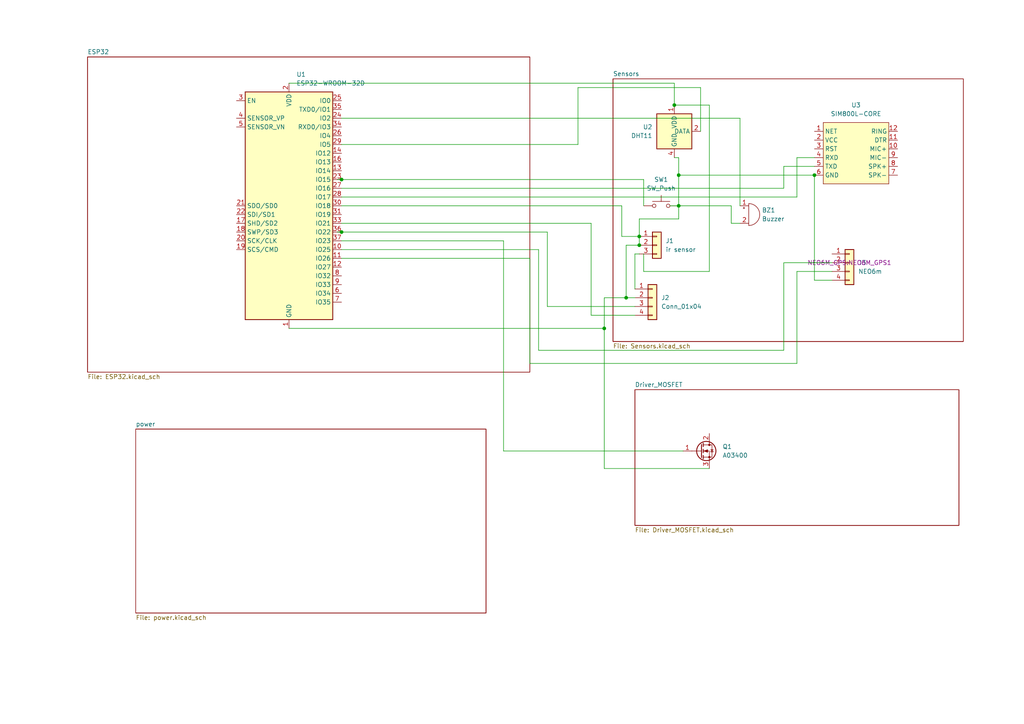
<source format=kicad_sch>
(kicad_sch (version 20250114) (generator "eeschema") (generator_version "9.0")
  (paper "A4")
  (lib_symbols
    (symbol "Connector_Generic:Conn_01x03" (pin_names (offset 1.016) (hide yes))
      (property "Reference" "J" (at 0 5.08 0))
      (property "Value" "Conn_01x03" (at 0 -5.08 0))
      (symbol "Conn_01x03_1_1"
        (rectangle (start -1.27 3.81) (end 1.27 -3.81) (stroke (width 0.254)) (fill (type background)))
        (rectangle (start -1.27 2.667) (end 0 2.413) (stroke (width 0.1524)))
        (rectangle (start -1.27 0.127) (end 0 -0.127) (stroke (width 0.1524)))
        (rectangle (start -1.27 -2.413) (end 0 -2.667) (stroke (width 0.1524)))
        (pin passive line (at -5.08 2.54 0) (length 3.81) (name "Pin_1") (number "1"))
        (pin passive line (at -5.08 0 0) (length 3.81) (name "Pin_2") (number "2"))
        (pin passive line (at -5.08 -2.54 0) (length 3.81) (name "Pin_3") (number "3"))
      )
    )
    (symbol "Connector_Generic:Conn_01x04" (pin_names (offset 1.016) (hide yes))
      (property "Reference" "J" (at 0 5.08 0))
      (property "Value" "Conn_01x04" (at 0 -7.62 0))
      (symbol "Conn_01x04_1_1"
        (rectangle (start -1.27 3.81) (end 1.27 -6.35) (stroke (width 0.254)) (fill (type background)))
        (rectangle (start -1.27 2.667) (end 0 2.413) (stroke (width 0.1524)))
        (rectangle (start -1.27 0.127) (end 0 -0.127) (stroke (width 0.1524)))
        (rectangle (start -1.27 -2.413) (end 0 -2.667) (stroke (width 0.1524)))
        (rectangle (start -1.27 -4.953) (end 0 -5.207) (stroke (width 0.1524)))
        (pin passive line (at -5.08 2.54 0) (length 3.81) (name "Pin_1") (number "1"))
        (pin passive line (at -5.08 0 0) (length 3.81) (name "Pin_2") (number "2"))
        (pin passive line (at -5.08 -2.54 0) (length 3.81) (name "Pin_3") (number "3"))
        (pin passive line (at -5.08 -5.08 0) (length 3.81) (name "Pin_4") (number "4"))
      )
    )
    (symbol "Device:Buzzer" (pin_names (offset 0.0254) (hide yes))
      (property "Reference" "BZ" (at 3.81 1.27 0))
      (property "Value" "Buzzer" (at 3.81 -1.27 0))
      (symbol "Buzzer_0_1"
        (polyline (pts (xy -1.651 1.905) (xy -1.143 1.905)))
        (polyline (pts (xy -1.397 2.159) (xy -1.397 1.651)))
        (arc (start 0 3.175) (mid 3.1612 0) (end 0 -3.175))
        (polyline (pts (xy 0 3.175) (xy 0 -3.175)))
      )
      (symbol "Buzzer_1_1"
        (pin passive line (at -2.54 2.54 0) (length 2.54) (name "+") (number "1"))
        (pin passive line (at -2.54 -2.54 0) (length 2.54) (name "-") (number "2"))
      )
    )
    (symbol "RF_Module:ESP32-WROOM-32D"
      (property "Reference" "U" (at -12.7 34.29 0))
      (property "Value" "ESP32-WROOM-32D" (at 1.27 34.29 0))
      (symbol "ESP32-WROOM-32D_0_1"
        (rectangle (start -12.7 33.02) (end 12.7 -33.02) (stroke (width 0.254)) (fill (type background)))
      )
      (symbol "ESP32-WROOM-32D_1_1"
        (pin input line (at -15.24 30.48 0) (length 2.54) (name "EN") (number "3"))
        (pin input line (at -15.24 25.4 0) (length 2.54) (name "SENSOR_VP") (number "4"))
        (pin input line (at -15.24 22.86 0) (length 2.54) (name "SENSOR_VN") (number "5"))
        (pin bidirectional line (at -15.24 0 0) (length 2.54) (name "SDO/SD0") (number "21"))
        (pin bidirectional line (at -15.24 -2.54 0) (length 2.54) (name "SDI/SD1") (number "22"))
        (pin bidirectional line (at -15.24 -5.08 0) (length 2.54) (name "SHD/SD2") (number "17"))
        (pin bidirectional line (at -15.24 -7.62 0) (length 2.54) (name "SWP/SD3") (number "18"))
        (pin bidirectional line (at -15.24 -10.16 0) (length 2.54) (name "SCK/CLK") (number "20"))
        (pin bidirectional line (at -15.24 -12.7 0) (length 2.54) (name "SCS/CMD") (number "19"))
        (pin no_connect line (at -12.7 -27.94 0) (length 2.54) (hide yes) (name "NC") (number "32"))
        (pin power_in line (at 0 35.56 270) (length 2.54) (name "VDD") (number "2"))
        (pin power_in line (at 0 -35.56 90) (length 2.54) (name "GND") (number "1"))
        (pin passive line (at 0 -35.56 90) (length 2.54) (hide yes) (name "GND") (number "15"))
        (pin passive line (at 0 -35.56 90) (length 2.54) (hide yes) (name "GND") (number "38"))
        (pin passive line (at 0 -35.56 90) (length 2.54) (hide yes) (name "GND") (number "39"))
        (pin bidirectional line (at 15.24 30.48 180) (length 2.54) (name "IO0") (number "25"))
        (pin bidirectional line (at 15.24 27.94 180) (length 2.54) (name "TXD0/IO1") (number "35"))
        (pin bidirectional line (at 15.24 25.4 180) (length 2.54) (name "IO2") (number "24"))
        (pin bidirectional line (at 15.24 22.86 180) (length 2.54) (name "RXD0/IO3") (number "34"))
        (pin bidirectional line (at 15.24 20.32 180) (length 2.54) (name "IO4") (number "26"))
        (pin bidirectional line (at 15.24 17.78 180) (length 2.54) (name "IO5") (number "29"))
        (pin bidirectional line (at 15.24 15.24 180) (length 2.54) (name "IO12") (number "14"))
        (pin bidirectional line (at 15.24 12.7 180) (length 2.54) (name "IO13") (number "16"))
        (pin bidirectional line (at 15.24 10.16 180) (length 2.54) (name "IO14") (number "13"))
        (pin bidirectional line (at 15.24 7.62 180) (length 2.54) (name "IO15") (number "23"))
        (pin bidirectional line (at 15.24 5.08 180) (length 2.54) (name "IO16") (number "27"))
        (pin bidirectional line (at 15.24 2.54 180) (length 2.54) (name "IO17") (number "28"))
        (pin bidirectional line (at 15.24 0 180) (length 2.54) (name "IO18") (number "30"))
        (pin bidirectional line (at 15.24 -2.54 180) (length 2.54) (name "IO19") (number "31"))
        (pin bidirectional line (at 15.24 -5.08 180) (length 2.54) (name "IO21") (number "33"))
        (pin bidirectional line (at 15.24 -7.62 180) (length 2.54) (name "IO22") (number "36"))
        (pin bidirectional line (at 15.24 -10.16 180) (length 2.54) (name "IO23") (number "37"))
        (pin bidirectional line (at 15.24 -12.7 180) (length 2.54) (name "IO25") (number "10"))
        (pin bidirectional line (at 15.24 -15.24 180) (length 2.54) (name "IO26") (number "11"))
        (pin bidirectional line (at 15.24 -17.78 180) (length 2.54) (name "IO27") (number "12"))
        (pin bidirectional line (at 15.24 -20.32 180) (length 2.54) (name "IO32") (number "8"))
        (pin bidirectional line (at 15.24 -22.86 180) (length 2.54) (name "IO33") (number "9"))
        (pin input line (at 15.24 -25.4 180) (length 2.54) (name "IO34") (number "6"))
        (pin input line (at 15.24 -27.94 180) (length 2.54) (name "IO35") (number "7"))
      )
    )
    (symbol "Sensor:DHT11"
      (property "Reference" "U" (at -3.81 6.35 0))
      (property "Value" "DHT11" (at 3.81 6.35 0))
      (symbol "DHT11_0_1"
        (rectangle (start -5.08 5.08) (end 5.08 -5.08) (stroke (width 0.254)) (fill (type background)))
      )
      (symbol "DHT11_1_1"
        (pin no_connect line (at -5.08 0 0) (length 2.54) (hide yes) (name "NC") (number "3"))
        (pin power_in line (at 0 7.62 270) (length 2.54) (name "VDD") (number "1"))
        (pin power_in line (at 0 -7.62 90) (length 2.54) (name "GND") (number "4"))
        (pin bidirectional line (at 7.62 0 180) (length 2.54) (name "DATA") (number "2"))
      )
    )
    (symbol "Switch:SW_Push" (pin_numbers (hide yes)) (pin_names (offset 1.016) (hide yes))
      (property "Reference" "SW" (at 1.27 2.54 0))
      (property "Value" "SW_Push" (at 0 -1.524 0))
      (symbol "SW_Push_0_1"
        (circle (center -2.032 0) (radius 0.508))
        (polyline (pts (xy 0 1.27) (xy 0 3.048)))
        (circle (center 2.032 0) (radius 0.508))
        (polyline (pts (xy 2.54 1.27) (xy -2.54 1.27)))
        (pin passive line (at -5.08 0 0) (length 2.54) (name "1") (number "1"))
        (pin passive line (at 5.08 0 180) (length 2.54) (name "2") (number "2"))
      )
    )
    (symbol "Transistor_FET:Q_NMOS_GDS" (pin_names (offset 0) (hide yes))
      (property "Reference" "Q" (at 5.08 1.905 0))
      (property "Value" "Q_NMOS_GDS" (at 5.08 0 0))
      (symbol "Q_NMOS_GDS_0_1"
        (polyline (pts (xy 0.254 1.905) (xy 0.254 -1.905)) (stroke (width 0.254)))
        (polyline (pts (xy 0.254 0) (xy -2.54 0)))
        (polyline (pts (xy 0.762 2.286) (xy 0.762 1.27)) (stroke (width 0.254)))
        (polyline (pts (xy 0.762 0.508) (xy 0.762 -0.508)) (stroke (width 0.254)))
        (polyline (pts (xy 0.762 -1.27) (xy 0.762 -2.286)) (stroke (width 0.254)))
        (polyline (pts (xy 0.762 -1.778) (xy 3.302 -1.778) (xy 3.302 1.778) (xy 0.762 1.778)))
        (polyline (pts (xy 1.016 0) (xy 2.032 0.381) (xy 2.032 -0.381) (xy 1.016 0)) (fill (type outline)))
        (circle (center 1.651 0) (radius 2.794) (stroke (width 0.254)))
        (polyline (pts (xy 2.54 2.54) (xy 2.54 1.778)))
        (circle (center 2.54 1.778) (radius 0.254) (fill (type outline)))
        (circle (center 2.54 -1.778) (radius 0.254) (fill (type outline)))
        (polyline (pts (xy 2.54 -2.54) (xy 2.54 0) (xy 0.762 0)))
        (polyline (pts (xy 2.921 0.381) (xy 3.683 0.381)))
        (polyline (pts (xy 3.302 0.381) (xy 2.921 -0.254) (xy 3.683 -0.254) (xy 3.302 0.381)))
      )
      (symbol "Q_NMOS_GDS_1_1"
        (pin input line (at -5.08 0 0) (length 2.54) (name "G") (number "1"))
        (pin passive line (at 2.54 5.08 270) (length 2.54) (name "D") (number "2"))
        (pin passive line (at 2.54 -5.08 90) (length 2.54) (name "S") (number "3"))
      )
    )
    (symbol "sim800l-core:SIM800L-CORE"
      (property "Reference" "U" (at -7.62 8.89 0))
      (property "Value" "SIM800L-CORE" (at 0 -12.7 0))
      (symbol "SIM800L-CORE_0_1"
        (rectangle (start -8.89 7.62) (end 10.16 -10.16) (stroke (width 0.1524)) (fill (type background)))
      )
      (symbol "SIM800L-CORE_1_1"
        (pin bidirectional line (at -11.43 5.08 0) (length 2.54) (name "NET") (number "1"))
        (pin power_in line (at -11.43 2.54 0) (length 2.54) (name "VCC") (number "2"))
        (pin input line (at -11.43 0 0) (length 2.54) (name "RST") (number "3"))
        (pin input line (at -11.43 -2.54 0) (length 2.54) (name "RXD") (number "4"))
        (pin output line (at -11.43 -5.08 0) (length 2.54) (name "TXD") (number "5"))
        (pin power_in line (at -11.43 -7.62 0) (length 2.54) (name "GND") (number "6"))
        (pin output line (at 12.7 5.08 180) (length 2.54) (name "RING") (number "12"))
        (pin passive line (at 12.7 2.54 180) (length 2.54) (name "DTR") (number "11"))
        (pin output line (at 12.7 0 180) (length 2.54) (name "MIC+") (number "10"))
        (pin output line (at 12.7 -2.54 180) (length 2.54) (name "MIC-") (number "9"))
        (pin output line (at 12.7 -5.08 180) (length 2.54) (name "SPK+") (number "8"))
        (pin output line (at 12.7 -7.62 180) (length 2.54) (name "SPK-") (number "7"))
      )
    )
  )
  (junction (at 195.58 30.48))
  (junction (at 196.85 50.8))
  (junction (at 99.06 67.31))
  (junction (at 99.06 52.07))
  (junction (at 181.61 86.36))
  (junction (at 236.22 50.8))
  (junction (at 175.26 95.25))
  (junction (at 185.42 68.58))
  (junction (at 185.42 71.12))
  (junction (at 196.85 59.69))
  (wire (pts (xy 83.82 95.25) (xy 175.26 95.25)))
  (wire (pts (xy 171.45 91.44) (xy 184.15 91.44)))
  (wire (pts (xy 231.14 78.74) (xy 241.3 78.74)))
  (wire (pts (xy 99.06 67.31) (xy 158.75 67.31)))
  (wire (pts (xy 99.06 69.85) (xy 146.05 69.85)))
  (wire (pts (xy 99.06 41.91) (xy 167.64 41.91)))
  (wire (pts (xy 184.15 73.66) (xy 185.42 73.66)))
  (wire (pts (xy 194.31 59.69) (xy 196.85 59.69)))
  (wire (pts (xy 97.79 67.31) (xy 99.06 67.31)))
  (wire (pts (xy 203.2 25.4) (xy 203.2 38.1)))
  (wire (pts (xy 227.33 54.61) (xy 227.33 48.26)))
  (wire (pts (xy 186.69 78.74) (xy 205.74 78.74)))
  (wire (pts (xy 181.61 86.36) (xy 184.15 86.36)))
  (wire (pts (xy 97.79 52.07) (xy 99.06 52.07)))
  (wire (pts (xy 196.85 45.72) (xy 195.58 45.72)))
  (wire (pts (xy 212.09 64.77) (xy 214.63 64.77)))
  (wire (pts (xy 205.74 30.48) (xy 195.58 30.48)))
  (wire (pts (xy 156.21 72.39) (xy 156.21 101.6)))
  (wire (pts (xy 227.33 76.2) (xy 241.3 76.2)))
  (wire (pts (xy 99.06 59.69) (xy 180.34 59.69)))
  (wire (pts (xy 205.74 78.74) (xy 205.74 30.48)))
  (wire (pts (xy 158.75 67.31) (xy 158.75 88.9)))
  (wire (pts (xy 99.06 74.93) (xy 153.67 74.93)))
  (wire (pts (xy 83.82 24.13) (xy 195.58 24.13)))
  (wire (pts (xy 236.22 81.28) (xy 241.3 81.28)))
  (wire (pts (xy 231.14 105.41) (xy 231.14 78.74)))
  (wire (pts (xy 167.64 25.4) (xy 203.2 25.4)))
  (wire (pts (xy 196.85 63.5) (xy 196.85 59.69)))
  (wire (pts (xy 99.06 52.07) (xy 186.69 52.07)))
  (wire (pts (xy 231.14 45.72) (xy 236.22 45.72)))
  (wire (pts (xy 185.42 71.12) (xy 181.61 71.12)))
  (wire (pts (xy 153.67 105.41) (xy 231.14 105.41)))
  (wire (pts (xy 231.14 57.15) (xy 231.14 45.72)))
  (wire (pts (xy 185.42 71.12) (xy 185.42 68.58)))
  (wire (pts (xy 175.26 86.36) (xy 181.61 86.36)))
  (wire (pts (xy 146.05 69.85) (xy 146.05 130.81)))
  (wire (pts (xy 185.42 68.58) (xy 185.42 63.5)))
  (wire (pts (xy 175.26 95.25) (xy 175.26 86.36)))
  (wire (pts (xy 212.09 59.69) (xy 212.09 64.77)))
  (wire (pts (xy 227.33 101.6) (xy 227.33 76.2)))
  (wire (pts (xy 167.64 41.91) (xy 167.64 25.4)))
  (wire (pts (xy 186.69 52.07) (xy 186.69 59.69)))
  (wire (pts (xy 99.06 64.77) (xy 171.45 64.77)))
  (wire (pts (xy 146.05 130.81) (xy 198.12 130.81)))
  (wire (pts (xy 196.85 50.8) (xy 236.22 50.8)))
  (wire (pts (xy 99.06 57.15) (xy 231.14 57.15)))
  (wire (pts (xy 180.34 59.69) (xy 180.34 68.58)))
  (wire (pts (xy 175.26 135.89) (xy 175.26 95.25)))
  (wire (pts (xy 236.22 50.8) (xy 236.22 81.28)))
  (wire (pts (xy 205.74 135.89) (xy 175.26 135.89)))
  (wire (pts (xy 214.63 34.29) (xy 214.63 59.69)))
  (wire (pts (xy 153.67 74.93) (xy 153.67 105.41)))
  (wire (pts (xy 99.06 72.39) (xy 156.21 72.39)))
  (wire (pts (xy 185.42 63.5) (xy 196.85 63.5)))
  (wire (pts (xy 196.85 50.8) (xy 196.85 45.72)))
  (wire (pts (xy 196.85 59.69) (xy 212.09 59.69)))
  (wire (pts (xy 186.69 73.66) (xy 186.69 78.74)))
  (wire (pts (xy 156.21 101.6) (xy 227.33 101.6)))
  (wire (pts (xy 158.75 88.9) (xy 184.15 88.9)))
  (wire (pts (xy 196.85 59.69) (xy 196.85 50.8)))
  (wire (pts (xy 99.06 54.61) (xy 227.33 54.61)))
  (wire (pts (xy 180.34 68.58) (xy 185.42 68.58)))
  (wire (pts (xy 181.61 71.12) (xy 181.61 86.36)))
  (wire (pts (xy 195.58 24.13) (xy 195.58 30.48)))
  (wire (pts (xy 99.06 34.29) (xy 214.63 34.29)))
  (wire (pts (xy 184.15 83.82) (xy 184.15 73.66)))
  (wire (pts (xy 227.33 48.26) (xy 236.22 48.26)))
  (wire (pts (xy 171.45 64.77) (xy 171.45 91.44)))
  (symbol (lib_id "RF_Module:ESP32-WROOM-32D") (at 83.82 59.69 0) (unit 1)
    (property "Reference" "U1" (at 85.9633 21.59 0) (effects (justify left)))
    (property "Value" "ESP32-WROOM-32D" (at 85.9633 24.13 0) (effects (justify left)))
    (property "Footprint" "RF_Module:ESP32-WROOM-32D" (effects (hide yes)))
    (property "Datasheet" "https://www.espressif.com/sites/default/files/documentation/esp32-wroom-32d_esp32-wroom-32u_datasheet_en.pdf" (effects (hide yes)))
    (property "Description" "RF Module, ESP32-D0WD SoC, Wi-Fi 802.11b/g/n, Bluetooth, BLE, 32-bit, 2.7-3.6V, onboard antenna, SMD" (effects (hide yes)))
  )
  (symbol (lib_id "Connector_Generic:Conn_01x03") (at 190.5 71.12 0) (unit 1)
    (property "Reference" "J1" (at 193.04 69.8499 0) (effects (justify left)))
    (property "Value" "ir sensor" (at 193.04 72.3899 0) (effects (justify left)))
    (property "Footprint" "Connector_PinHeader_2.54mm:PinHeader_1x03_P2.54mm_Horizontal" (effects (hide yes)))
    (property "Description" "Generic connector, single row, 01x03, script generated (kicad-library-utils/schlib/autogen/connector/)" (effects (hide yes)))
  )
  (symbol (lib_id "Connector_Generic:Conn_01x04") (at 246.38 76.2 0) (unit 1)
    (property "Reference" "J3" (at 248.92 76.1999 0) (effects (justify left)))
    (property "Value" "NEO6m" (at 248.92 78.7399 0) (effects (justify left)))
    (property "Footprint" "NEO6M_GPS:NEO6M_GPS1" (at 246.38 76.2 0))
    (property "Description" "Generic connector, single row, 01x04, script generated (kicad-library-utils/schlib/autogen/connector/)" (effects (hide yes)))
  )
  (symbol (lib_id "Transistor_FET:Q_NMOS_GDS") (at 203.2 130.81 0) (unit 1)
    (property "Reference" "Q1" (at 209.55 129.5399 0) (effects (justify left)))
    (property "Value" "A03400" (at 209.55 132.0799 0) (effects (justify left)))
    (property "Footprint" "Package_TO_SOT_THT:TO-220-3_Vertical" (effects (hide yes)))
    (property "Description" "N-MOSFET transistor, gate/drain/source" (effects (hide yes)))
  )
  (symbol (lib_id "sim800l-core:SIM800L-CORE") (at 247.65 43.18 0) (unit 1)
    (property "Reference" "U3" (at 248.285 30.48 0))
    (property "Value" "SIM800L-CORE" (at 248.285 33.02 0))
    (property "Footprint" "Library:SIM800L-CORE" (effects (hide yes)))
  )
  (symbol (lib_id "Switch:SW_Push") (at 191.77 59.69 0) (unit 1)
    (property "Reference" "SW1" (at 191.77 52.07 0))
    (property "Value" "SW_Push" (at 191.77 54.61 0))
    (property "Footprint" "Button_Switch_THT:SW_PUSH_6mm" (effects (hide yes)))
    (property "Description" "Push button switch, generic, two pins" (effects (hide yes)))
  )
  (symbol (lib_id "Sensor:DHT11") (at 195.58 38.1 0) (unit 1)
    (property "Reference" "U2" (at 189.23 36.8299 0) (effects (justify right)))
    (property "Value" "DHT11" (at 189.23 39.3699 0) (effects (justify right)))
    (property "Footprint" "Sensor:Aosong_DHT11_5.5x12.0_P2.54mm" (effects (hide yes)))
    (property "Datasheet" "http://akizukidenshi.com/download/ds/aosong/DHT11.pdf" (effects (hide yes)))
    (property "Description" "3.3V to 5.5V, temperature and humidity module, DHT11" (effects (hide yes)))
  )
  (symbol (lib_id "Connector_Generic:Conn_01x04") (at 189.23 86.36 0) (unit 1)
    (property "Reference" "J2" (at 191.77 86.3599 0) (effects (justify left)))
    (property "Value" "Conn_01x04" (at 191.77 88.8999 0) (effects (justify left)))
    (property "Footprint" "Connector_PinHeader_2.54mm:PinHeader_1x04_P2.54mm_Horizontal" (effects (hide yes)))
    (property "Description" "Generic connector, single row, 01x04, script generated (kicad-library-utils/schlib/autogen/connector/)" (effects (hide yes)))
  )
  (symbol (lib_id "Device:Buzzer") (at 217.17 62.23 0) (unit 1)
    (property "Reference" "BZ1" (at 220.98 60.9599 0) (effects (justify left)))
    (property "Value" "Buzzer" (at 220.98 63.4999 0) (effects (justify left)))
    (property "Footprint" "Buzzer_Beeper:Buzzer_12x9.5RM7.6" (effects (hide yes)))
    (property "Description" "Buzzer, polarized" (effects (hide yes)))
  )
  (sheet (at 39.37 124.46) (size 101.6 53.34) (stroke (width 0.1524))
    (property "Sheetname" "power" (at 39.37 123.7484 0) (effects (justify left bottom)))
    (property "Sheetfile" "power.kicad_sch" (at 39.37 178.3846 0) (effects (justify left top)))
  )
  (sheet (at 177.8 22.86) (size 101.6 76.2) (stroke (width 0.1524))
    (property "Sheetname" "Sensors" (at 177.8 22.1484 0) (effects (justify left bottom)))
    (property "Sheetfile" "Sensors.kicad_sch" (at 177.8 99.6446 0) (effects (justify left top)))
  )
  (sheet (at 184.15 113.03) (size 93.98 39.37) (stroke (width 0.1524))
    (property "Sheetname" "Driver_MOSFET" (at 184.15 112.3184 0) (effects (justify left bottom)))
    (property "Sheetfile" "Driver_MOSFET.kicad_sch" (at 184.15 152.9846 0) (effects (justify left top)))
  )
  (sheet (at 25.4 16.51) (size 128.27 91.44) (stroke (width 0.1524))
    (property "Sheetname" "ESP32" (at 25.4 15.7984 0) (effects (justify left bottom)))
    (property "Sheetfile" "ESP32.kicad_sch" (at 25.4 108.5346 0) (effects (justify left top)))
  )
)
</source>
